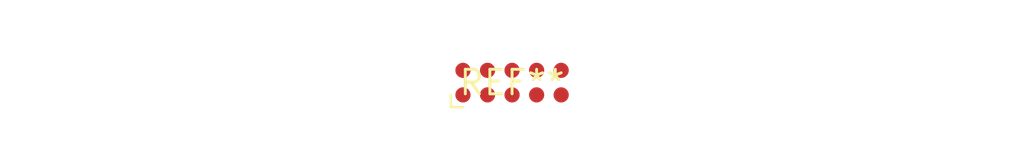
<source format=kicad_pcb>
(kicad_pcb (version 20240108) (generator pcbnew)
  (layers (0 "F.Cu" signal) (31 "B.Cu" signal) (34 "B.Paste" user) (35 "F.Paste" user) (36 "B.SilkS" user "B.Silkscreen") (37 "F.SilkS" user "F.Silkscreen") (38 "B.Mask" user) (39 "F.Mask" user) (44 "Edge.Cuts" user))
  (net 0 "")
  (footprint "Tag-Connect_TC2050-IDC-FP_2x05_P1.27mm_Vertical" (layer "F.Cu") (at 0 0)
    (property "Reference" "REF**")
    (property "Value" "Tag-Connect_TC2050-IDC-FP_2x05_P1.27mm_Vertical")
    (fp_line (start -3.175 1.27) (end -3.175 0.635) (layer "F.SilkS") (stroke (width 0.12)))
    (fp_line (start -2.54 1.27) (end -3.175 1.27) (layer "F.SilkS") (stroke (width 0.12)))
    (pad "" np_thru_hole circle (at -3.81 -2.54) (size 2.3749 2.3749) (drill 2.3749) (layers *.Cu *.Mask))
    (pad "" np_thru_hole circle (at -3.81 0) (size 0.9906 0.9906) (drill 0.9906) (layers *.Cu *.Mask))
    (pad "" np_thru_hole circle (at -3.81 2.54) (size 2.3749 2.3749) (drill 2.3749) (layers *.Cu *.Mask))
    (pad "" np_thru_hole circle (at 1.905 -2.54) (size 2.3749 2.3749) (drill 2.3749) (layers *.Cu *.Mask))
    (pad "" np_thru_hole circle (at 1.905 2.54) (size 2.3749 2.3749) (drill 2.3749) (layers *.Cu *.Mask))
    (pad "" np_thru_hole circle (at 3.81 -1.016) (size 0.9906 0.9906) (drill 0.9906) (layers *.Cu *.Mask))
    (pad "" np_thru_hole circle (at 3.81 1.016) (size 0.9906 0.9906) (drill 0.9906) (layers *.Cu *.Mask))
    (pad "1" connect circle (at -2.54 0.635) (size 0.7874 0.7874) (layers "F.Cu" "F.Mask"))
    (pad "2" connect circle (at -1.27 0.635) (size 0.7874 0.7874) (layers "F.Cu" "F.Mask"))
    (pad "3" connect circle (at 0 0.635) (size 0.7874 0.7874) (layers "F.Cu" "F.Mask"))
    (pad "4" connect circle (at 1.27 0.635) (size 0.7874 0.7874) (layers "F.Cu" "F.Mask"))
    (pad "5" connect circle (at 2.54 0.635) (size 0.7874 0.7874) (layers "F.Cu" "F.Mask"))
    (pad "6" connect circle (at 2.54 -0.635) (size 0.7874 0.7874) (layers "F.Cu" "F.Mask"))
    (pad "7" connect circle (at 1.27 -0.635) (size 0.7874 0.7874) (layers "F.Cu" "F.Mask"))
    (pad "8" connect circle (at 0 -0.635) (size 0.7874 0.7874) (layers "F.Cu" "F.Mask"))
    (pad "9" connect circle (at -1.27 -0.635) (size 0.7874 0.7874) (layers "F.Cu" "F.Mask"))
    (pad "10" connect circle (at -2.54 -0.635) (size 0.7874 0.7874) (layers "F.Cu" "F.Mask"))
  )
)
</source>
